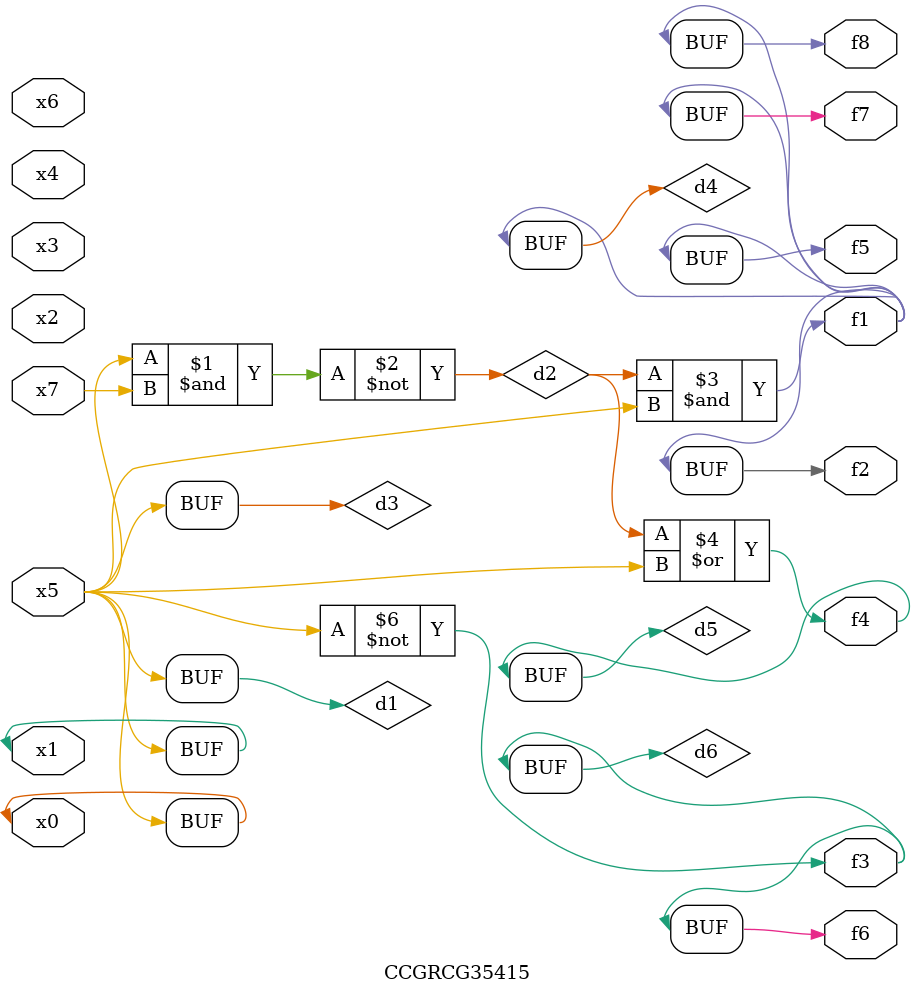
<source format=v>
module CCGRCG35415(
	input x0, x1, x2, x3, x4, x5, x6, x7,
	output f1, f2, f3, f4, f5, f6, f7, f8
);

	wire d1, d2, d3, d4, d5, d6;

	buf (d1, x0, x5);
	nand (d2, x5, x7);
	buf (d3, x0, x1);
	and (d4, d2, d3);
	or (d5, d2, d3);
	nor (d6, d1, d3);
	assign f1 = d4;
	assign f2 = d4;
	assign f3 = d6;
	assign f4 = d5;
	assign f5 = d4;
	assign f6 = d6;
	assign f7 = d4;
	assign f8 = d4;
endmodule

</source>
